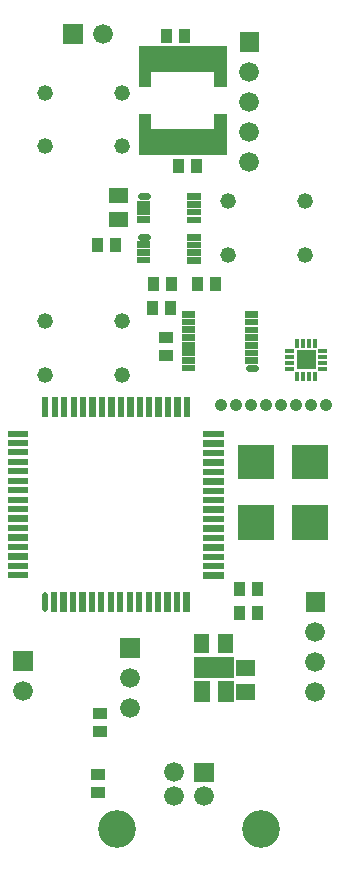
<source format=gbr>
G04 start of page 4 for group -4063 idx -4063
G04 Title: (unknown), componentmask *
G04 Creator: pcb 20080202 *
G04 CreationDate: Fri Jun  6 05:00:44 2008 UTC *
G04 For: sean *
G04 Format: Gerber/RS-274X *
G04 PCB-Dimensions: 130000 290000 *
G04 PCB-Coordinate-Origin: lower left *
%MOIN*%
%FSLAX24Y24*%
%LNFRONTMASK*%
%ADD13C,0.0200*%
%ADD34C,0.0660*%
%ADD35C,0.0420*%
%ADD36C,0.0520*%
%ADD37C,0.1260*%
%ADD38R,0.0360X0.0360*%
%ADD39R,0.0540X0.0540*%
%ADD40R,0.0510X0.0510*%
%ADD41C,0.0210*%
%ADD42R,0.0210X0.0210*%
%ADD43R,0.1145X0.1145*%
%ADD44R,0.0140X0.0140*%
%ADD45C,0.0220*%
%ADD46R,0.0220X0.0220*%
%ADD47R,0.0416X0.0416*%
G54D34*X11730Y8080D03*
Y6080D03*
G54D13*G36*
X11400Y9410D02*Y8750D01*
X12060D01*
Y9410D01*
X11400D01*
G37*
G54D35*X8570Y15650D03*
X9070D03*
X9570D03*
X10070D03*
X10570D03*
X11070D03*
X11570D03*
X12070D03*
G54D36*X2711Y18423D03*
X5270D03*
Y16652D03*
X2711D03*
X2710Y26025D03*
Y24254D03*
G54D34*X11730Y7080D03*
G54D13*G36*
X1660Y7440D02*Y6780D01*
X2320D01*
Y7440D01*
X1660D01*
G37*
G36*
X5230Y7880D02*Y7220D01*
X5890D01*
Y7880D01*
X5230D01*
G37*
G54D34*X1990Y6110D03*
X5560Y6550D03*
Y5550D03*
G54D13*G36*
X7680Y3720D02*Y3060D01*
X8340D01*
Y3720D01*
X7680D01*
G37*
G54D34*X7010Y3390D03*
Y2590D03*
X8010D03*
G54D37*X9910Y1490D03*
X5110D03*
G54D13*G36*
X3320Y28340D02*Y27680D01*
X3980D01*
Y28340D01*
X3320D01*
G37*
G54D34*X4650Y28010D03*
G54D13*G36*
X9200Y28070D02*Y27410D01*
X9860D01*
Y28070D01*
X9200D01*
G37*
G54D34*X9530Y26740D03*
Y25740D03*
G54D36*X5269Y26025D03*
Y24254D03*
G54D34*X9530Y24740D03*
Y23740D03*
G54D36*X8810Y22423D03*
X11369D03*
Y20652D03*
X8810D03*
G54D38*X9800Y9550D02*Y9450D01*
X9200Y9550D02*Y9450D01*
X9800Y8750D02*Y8650D01*
X9200Y8750D02*Y8650D01*
G54D39*X7960Y6980D02*Y6820D01*
Y6160D02*Y6000D01*
G54D40*X7920Y7750D02*Y7610D01*
G54D39*X8350Y6980D02*Y6820D01*
X8740Y6980D02*Y6820D01*
Y6160D02*Y6000D01*
G54D40*X8720Y7750D02*Y7610D01*
X9320Y6870D02*X9460D01*
X9320Y6070D02*X9460D01*
G54D38*X4420Y2710D02*X4520D01*
X4420Y3310D02*X4520D01*
X4490Y4760D02*X4590D01*
X4490Y5360D02*X4590D01*
G54D41*X2710Y9290D02*Y8830D01*
G54D42*X3020Y9290D02*Y8830D01*
X3330Y9290D02*Y8830D01*
X3650Y9290D02*Y8830D01*
X3960Y9290D02*Y8830D01*
X4280Y9290D02*Y8830D01*
X4590Y9290D02*Y8830D01*
X4910Y9290D02*Y8830D01*
X5220Y9290D02*Y8830D01*
X5540Y9290D02*Y8830D01*
X5850Y9290D02*Y8830D01*
X6170Y9290D02*Y8830D01*
X6480Y9290D02*Y8830D01*
X6800Y9290D02*Y8830D01*
X7110Y9290D02*Y8830D01*
X7430Y9290D02*Y8830D01*
G54D43*X9716Y11725D02*X9773D01*
G54D42*X8100Y9950D02*X8560D01*
X8100Y10260D02*X8560D01*
X8100Y10570D02*X8560D01*
X8100Y10890D02*X8560D01*
X8100Y11200D02*X8560D01*
X8100Y11520D02*X8560D01*
X8100Y11830D02*X8560D01*
G54D44*X10786Y17435D02*X10951D01*
X10786Y17238D02*X10951D01*
X10786Y17041D02*X10951D01*
X10786Y16844D02*X10951D01*
X11124Y16671D02*Y16506D01*
Y17773D02*Y17608D01*
X11321Y16671D02*Y16506D01*
X11518Y16671D02*Y16506D01*
X11715Y16671D02*Y16506D01*
Y17773D02*Y17608D01*
X11518Y17773D02*Y17608D01*
X11321Y17773D02*Y17608D01*
G54D13*G36*
X11104Y17455D02*Y16824D01*
X11735D01*
Y17455D01*
X11104D01*
G37*
G54D44*X11888Y16844D02*X12053D01*
X11888Y17041D02*X12053D01*
X11888Y17238D02*X12053D01*
X11888Y17435D02*X12053D01*
G54D45*X9500Y16860D02*X9720D01*
G54D46*X9500Y17120D02*X9720D01*
X9500Y17370D02*X9720D01*
X9500Y17630D02*X9720D01*
X9500Y17890D02*X9720D01*
X9500Y18140D02*X9720D01*
G54D43*X11506Y11725D02*X11563D01*
X11506Y13733D02*X11563D01*
X9716D02*X9773D01*
G54D42*X8100Y12150D02*X8560D01*
X8100Y12460D02*X8560D01*
X8100Y12780D02*X8560D01*
X8100Y13090D02*X8560D01*
X8100Y13410D02*X8560D01*
X8100Y13720D02*X8560D01*
X8100Y14040D02*X8560D01*
X8100Y14350D02*X8560D01*
X8100Y14670D02*X8560D01*
X7440Y15800D02*Y15340D01*
X7130Y15800D02*Y15340D01*
X6820Y15800D02*Y15340D01*
X6500Y15800D02*Y15340D01*
X6190Y15800D02*Y15340D01*
X5870Y15800D02*Y15340D01*
X5560Y15800D02*Y15340D01*
X5240Y15800D02*Y15340D01*
X4930Y15800D02*Y15340D01*
X4610Y15800D02*Y15340D01*
X4300Y15800D02*Y15340D01*
X3980Y15800D02*Y15340D01*
X3670Y15800D02*Y15340D01*
X3350Y15800D02*Y15340D01*
X3040Y15800D02*Y15340D01*
X2720Y15800D02*Y15340D01*
X1590Y14680D02*X2050D01*
X1590Y14370D02*X2050D01*
X1590Y14060D02*X2050D01*
X1590Y13740D02*X2050D01*
X1590Y13430D02*X2050D01*
X1590Y13110D02*X2050D01*
X1590Y12800D02*X2050D01*
X1590Y12480D02*X2050D01*
X1590Y12170D02*X2050D01*
X1590Y11850D02*X2050D01*
X1590Y11540D02*X2050D01*
X1590Y11220D02*X2050D01*
X1590Y10910D02*X2050D01*
X1590Y10590D02*X2050D01*
X1590Y10280D02*X2050D01*
X1590Y9960D02*X2050D01*
G54D38*X7370Y28000D02*Y27900D01*
X6770Y28000D02*Y27900D01*
G54D47*X8569Y27393D02*Y26429D01*
X8254Y27393D02*Y26941D01*
X7939Y27393D02*Y26941D01*
X7624Y27393D02*Y26941D01*
X7310Y27393D02*Y26941D01*
X6994Y27393D02*Y26940D01*
X6680Y27393D02*Y26941D01*
X6365Y27393D02*Y26941D01*
X6050Y27393D02*Y26429D01*
G54D38*X8400Y19720D02*Y19620D01*
X7800Y19720D02*Y19620D01*
X6920Y19710D02*Y19610D01*
G54D46*X9500Y18400D02*X9720D01*
X9500Y18650D02*X9720D01*
X7570Y20460D02*X7790D01*
X7570Y20720D02*X7790D01*
X7570Y20970D02*X7790D01*
X7570Y21230D02*X7790D01*
X7570Y21810D02*X7790D01*
X7570Y22070D02*X7790D01*
X7570Y22320D02*X7790D01*
X7570Y22580D02*X7790D01*
X7380Y18660D02*X7600D01*
G54D38*X6890Y18910D02*Y18810D01*
X6290Y18910D02*Y18810D01*
G54D46*X7380Y18400D02*X7600D01*
X7380Y18150D02*X7600D01*
X7380Y17890D02*X7600D01*
X7380Y17630D02*X7600D01*
X7380Y17380D02*X7600D01*
X7380Y17120D02*X7600D01*
X7380Y16870D02*X7600D01*
G54D38*X6700Y17300D02*X6800D01*
X6700Y17900D02*X6800D01*
X6320Y19710D02*Y19610D01*
G54D45*X5900Y21240D02*X6120D01*
X5900Y22590D02*X6120D01*
G54D46*X5900Y22330D02*X6120D01*
X5900Y22080D02*X6120D01*
X5900Y21820D02*X6120D01*
X5900Y20980D02*X6120D01*
G54D38*X4470Y21030D02*Y20930D01*
X5070Y21030D02*Y20930D01*
G54D46*X5900Y20730D02*X6120D01*
X5900Y20470D02*X6120D01*
G54D40*X5090Y21820D02*X5230D01*
X5090Y22620D02*X5230D01*
G54D47*X6050Y25130D02*Y24165D01*
X6365Y24618D02*Y24165D01*
X6680Y24618D02*Y24165D01*
X6994Y24618D02*Y24165D01*
X7310Y24618D02*Y24165D01*
X7624Y24618D02*Y24165D01*
X7939Y24618D02*Y24165D01*
X8254Y24618D02*Y24165D01*
X8569Y25130D02*Y24165D01*
G54D38*X7770Y23650D02*Y23550D01*
X7170Y23650D02*Y23550D01*
M02*

</source>
